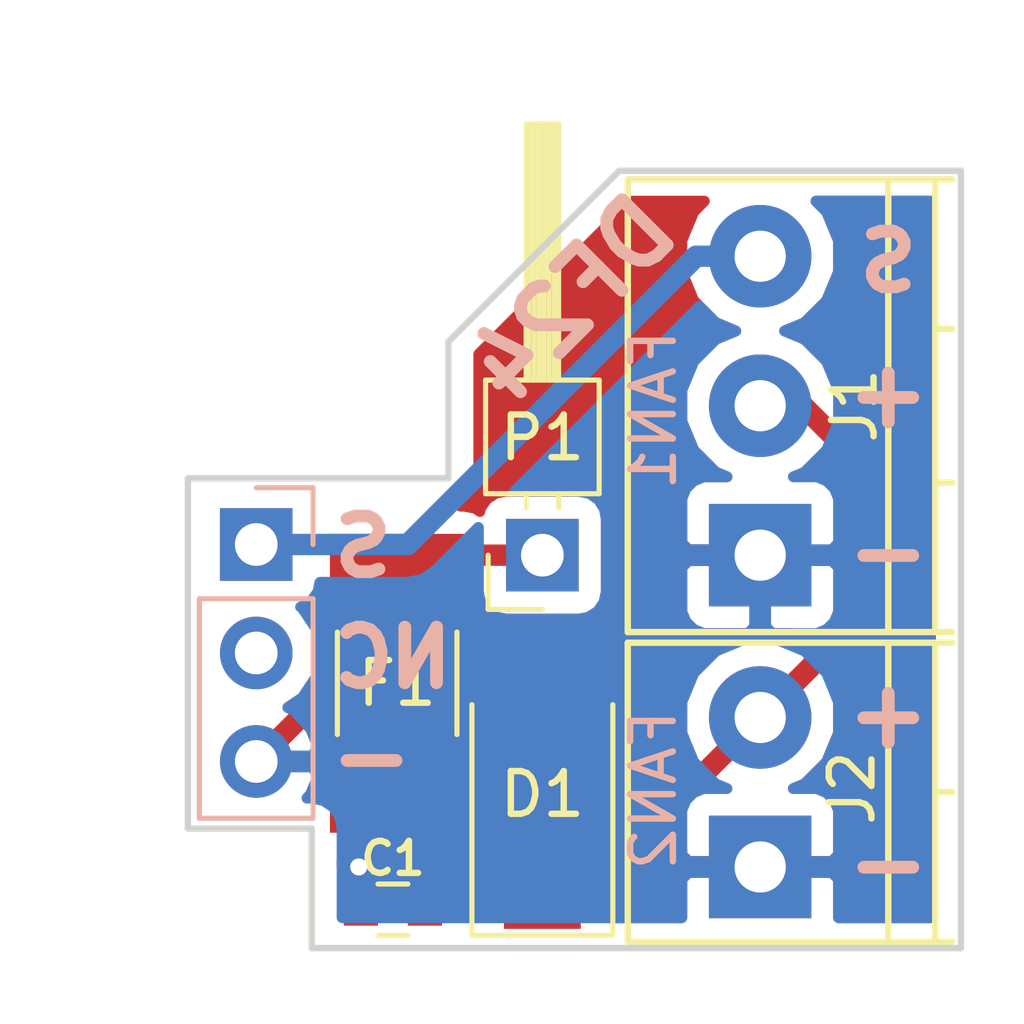
<source format=kicad_pcb>
(kicad_pcb (version 4) (host pcbnew 4.0.5+dfsg1-4)

  (general
    (links 10)
    (no_connects 0)
    (area 118.5 86.5 142.500001 110.500001)
    (thickness 1.6)
    (drawings 19)
    (tracks 31)
    (zones 0)
    (modules 7)
    (nets 6)
  )

  (page A4)
  (layers
    (0 F.Cu signal)
    (31 B.Cu signal)
    (32 B.Adhes user)
    (33 F.Adhes user)
    (34 B.Paste user)
    (35 F.Paste user)
    (36 B.SilkS user)
    (37 F.SilkS user)
    (38 B.Mask user)
    (39 F.Mask user)
    (40 Dwgs.User user)
    (41 Cmts.User user)
    (42 Eco1.User user)
    (43 Eco2.User user)
    (44 Edge.Cuts user)
    (45 Margin user)
    (46 B.CrtYd user)
    (47 F.CrtYd user)
    (48 B.Fab user)
    (49 F.Fab user)
  )

  (setup
    (last_trace_width 0.25)
    (user_trace_width 0.5)
    (user_trace_width 0.75)
    (user_trace_width 1)
    (trace_clearance 0.2)
    (zone_clearance 0.508)
    (zone_45_only no)
    (trace_min 0.2)
    (segment_width 0.2)
    (edge_width 0.15)
    (via_size 0.6)
    (via_drill 0.4)
    (via_min_size 0.4)
    (via_min_drill 0.3)
    (uvia_size 0.3)
    (uvia_drill 0.1)
    (uvias_allowed no)
    (uvia_min_size 0.2)
    (uvia_min_drill 0.1)
    (pcb_text_width 0.3)
    (pcb_text_size 1.5 1.5)
    (mod_edge_width 0.15)
    (mod_text_size 1 1)
    (mod_text_width 0.15)
    (pad_size 1.524 1.524)
    (pad_drill 0.762)
    (pad_to_mask_clearance 0.2)
    (aux_axis_origin 0 0)
    (visible_elements FFFFFF7F)
    (pcbplotparams
      (layerselection 0x010f0_80000001)
      (usegerberextensions false)
      (excludeedgelayer true)
      (linewidth 0.100000)
      (plotframeref false)
      (viasonmask false)
      (mode 1)
      (useauxorigin false)
      (hpglpennumber 1)
      (hpglpenspeed 20)
      (hpglpendiameter 15)
      (hpglpenoverlay 2)
      (psnegative false)
      (psa4output false)
      (plotreference true)
      (plotvalue true)
      (plotinvisibletext false)
      (padsonsilk false)
      (subtractmaskfromsilk false)
      (outputformat 1)
      (mirror false)
      (drillshape 0)
      (scaleselection 1)
      (outputdirectory gerbers/))
  )

  (net 0 "")
  (net 1 GND)
  (net 2 +24V)
  (net 3 "Net-(F1-Pad1)")
  (net 4 "Net-(P2-Pad2)")
  (net 5 "Net-(J1-Pad3)")

  (net_class Default "This is the default net class."
    (clearance 0.2)
    (trace_width 0.25)
    (via_dia 0.6)
    (via_drill 0.4)
    (uvia_dia 0.3)
    (uvia_drill 0.1)
    (add_net +24V)
    (add_net GND)
    (add_net "Net-(F1-Pad1)")
    (add_net "Net-(J1-Pad3)")
    (add_net "Net-(P2-Pad2)")
  )

  (module Capacitors_SMD:C_0603 (layer F.Cu) (tedit 5B6246BD) (tstamp 5B5D0AC7)
    (at 127.7 107.8 180)
    (descr "Capacitor SMD 0603, reflow soldering, AVX (see smccp.pdf)")
    (tags "capacitor 0603")
    (path /5B59F592)
    (attr smd)
    (fp_text reference C1 (at 0 1.2 180) (layer F.SilkS)
      (effects (font (size 0.75 0.75) (thickness 0.15)))
    )
    (fp_text value 100nF (at 0 1.5 180) (layer F.Fab)
      (effects (font (size 1 1) (thickness 0.15)))
    )
    (fp_line (start 1.4 0.65) (end -1.4 0.65) (layer F.CrtYd) (width 0.05))
    (fp_line (start 1.4 0.65) (end 1.4 -0.65) (layer F.CrtYd) (width 0.05))
    (fp_line (start -1.4 -0.65) (end -1.4 0.65) (layer F.CrtYd) (width 0.05))
    (fp_line (start -1.4 -0.65) (end 1.4 -0.65) (layer F.CrtYd) (width 0.05))
    (fp_line (start 0.35 0.6) (end -0.35 0.6) (layer F.SilkS) (width 0.12))
    (fp_line (start -0.35 -0.6) (end 0.35 -0.6) (layer F.SilkS) (width 0.12))
    (fp_line (start -0.8 -0.4) (end 0.8 -0.4) (layer F.Fab) (width 0.1))
    (fp_line (start 0.8 -0.4) (end 0.8 0.4) (layer F.Fab) (width 0.1))
    (fp_line (start 0.8 0.4) (end -0.8 0.4) (layer F.Fab) (width 0.1))
    (fp_line (start -0.8 0.4) (end -0.8 -0.4) (layer F.Fab) (width 0.1))
    (fp_text user %R (at 0 0 180) (layer F.Fab)
      (effects (font (size 0.3 0.3) (thickness 0.075)))
    )
    (pad 2 smd rect (at 0.75 0 180) (size 0.8 0.75) (layers F.Cu F.Paste F.Mask)
      (net 1 GND))
    (pad 1 smd rect (at -0.75 0 180) (size 0.8 0.75) (layers F.Cu F.Paste F.Mask)
      (net 2 +24V))
    (model Capacitors_SMD.3dshapes/C_0603.wrl
      (at (xyz 0 0 0))
      (scale (xyz 1 1 1))
      (rotate (xyz 0 0 0))
    )
  )

  (module Diodes_SMD:D_SMA (layer F.Cu) (tedit 5B6246CA) (tstamp 5B5D0ACD)
    (at 131.2 105 90)
    (descr "Diode SMA (DO-214AC)")
    (tags "Diode SMA (DO-214AC)")
    (path /5B5A2D47)
    (attr smd)
    (fp_text reference D1 (at -0.1 0 180) (layer F.SilkS)
      (effects (font (size 1 1) (thickness 0.15)))
    )
    (fp_text value S1M (at 0 2.6 90) (layer F.Fab)
      (effects (font (size 1 1) (thickness 0.15)))
    )
    (fp_text user %R (at 0 -2.5 90) (layer F.Fab)
      (effects (font (size 1 1) (thickness 0.15)))
    )
    (fp_line (start -3.4 -1.65) (end -3.4 1.65) (layer F.SilkS) (width 0.12))
    (fp_line (start 2.3 1.5) (end -2.3 1.5) (layer F.Fab) (width 0.1))
    (fp_line (start -2.3 1.5) (end -2.3 -1.5) (layer F.Fab) (width 0.1))
    (fp_line (start 2.3 -1.5) (end 2.3 1.5) (layer F.Fab) (width 0.1))
    (fp_line (start 2.3 -1.5) (end -2.3 -1.5) (layer F.Fab) (width 0.1))
    (fp_line (start -3.5 -1.75) (end 3.5 -1.75) (layer F.CrtYd) (width 0.05))
    (fp_line (start 3.5 -1.75) (end 3.5 1.75) (layer F.CrtYd) (width 0.05))
    (fp_line (start 3.5 1.75) (end -3.5 1.75) (layer F.CrtYd) (width 0.05))
    (fp_line (start -3.5 1.75) (end -3.5 -1.75) (layer F.CrtYd) (width 0.05))
    (fp_line (start -0.64944 0.00102) (end -1.55114 0.00102) (layer F.Fab) (width 0.1))
    (fp_line (start 0.50118 0.00102) (end 1.4994 0.00102) (layer F.Fab) (width 0.1))
    (fp_line (start -0.64944 -0.79908) (end -0.64944 0.80112) (layer F.Fab) (width 0.1))
    (fp_line (start 0.50118 0.75032) (end 0.50118 -0.79908) (layer F.Fab) (width 0.1))
    (fp_line (start -0.64944 0.00102) (end 0.50118 0.75032) (layer F.Fab) (width 0.1))
    (fp_line (start -0.64944 0.00102) (end 0.50118 -0.79908) (layer F.Fab) (width 0.1))
    (fp_line (start -3.4 1.65) (end 2 1.65) (layer F.SilkS) (width 0.12))
    (fp_line (start -3.4 -1.65) (end 2 -1.65) (layer F.SilkS) (width 0.12))
    (pad 1 smd rect (at -2 0 90) (size 2.5 1.8) (layers F.Cu F.Paste F.Mask)
      (net 2 +24V))
    (pad 2 smd rect (at 2 0 90) (size 2.5 1.8) (layers F.Cu F.Paste F.Mask)
      (net 1 GND))
    (model ${KISYS3DMOD}/Diodes_SMD.3dshapes/D_SMA.wrl
      (at (xyz 0 0 0))
      (scale (xyz 1 1 1))
      (rotate (xyz 0 0 0))
    )
  )

  (module Fuse_Holders_and_Fuses:Fuse_CB61F (layer F.Cu) (tedit 5B5DC07D) (tstamp 5B5D0AD3)
    (at 127.8 102.5 270)
    (descr "CB61F Series")
    (tags Fuse)
    (path /5B59F786)
    (attr smd)
    (fp_text reference F1 (at 0 0 360) (layer F.SilkS)
      (effects (font (size 1 1) (thickness 0.15)))
    )
    (fp_text value 250mA (at 0 2.6 270) (layer F.Fab)
      (effects (font (size 1 1) (thickness 0.15)))
    )
    (fp_line (start -3.75 1.85) (end -3.75 -1.85) (layer F.CrtYd) (width 0.05))
    (fp_line (start 3.75 1.85) (end -3.75 1.85) (layer F.CrtYd) (width 0.05))
    (fp_line (start 3.75 -1.85) (end 3.75 1.85) (layer F.CrtYd) (width 0.05))
    (fp_line (start -3.75 -1.85) (end 3.75 -1.85) (layer F.CrtYd) (width 0.05))
    (fp_line (start -1.2 1.4) (end 1.2 1.4) (layer F.SilkS) (width 0.12))
    (fp_line (start -1.2 -1.4) (end 1.2 -1.4) (layer F.SilkS) (width 0.12))
    (fp_line (start -3.05 1.28) (end -3.05 -1.28) (layer F.Fab) (width 0.1))
    (fp_line (start 3.05 1.28) (end -3.05 1.28) (layer F.Fab) (width 0.1))
    (fp_line (start 3.05 -1.28) (end 3.05 1.28) (layer F.Fab) (width 0.1))
    (fp_line (start -3.05 -1.28) (end 3.05 -1.28) (layer F.Fab) (width 0.1))
    (pad 1 smd rect (at -2.5 0 270) (size 2 3.15) (layers F.Cu F.Paste F.Mask)
      (net 3 "Net-(F1-Pad1)"))
    (pad 2 smd rect (at 2.5 0 270) (size 2 3.15) (layers F.Cu F.Paste F.Mask)
      (net 2 +24V))
  )

  (module Connectors_Terminal_Blocks:TerminalBlock_Pheonix_PT-3.5mm_2pol (layer F.Cu) (tedit 5B6249A0) (tstamp 5B5D0ADF)
    (at 136.3 106.8 90)
    (descr "2-way 3.5mm pitch terminal block, Phoenix PT series")
    (path /5B59EED7)
    (fp_text reference J2 (at 1.85 2.15 90) (layer F.SilkS)
      (effects (font (size 1 1) (thickness 0.15)))
    )
    (fp_text value FAN2 (at 1.8 -2.5 90) (layer B.SilkS)
      (effects (font (size 1 1) (thickness 0.15)) (justify mirror))
    )
    (fp_line (start -1.9 -3.3) (end 5.4 -3.3) (layer F.CrtYd) (width 0.05))
    (fp_line (start -1.9 4.7) (end -1.9 -3.3) (layer F.CrtYd) (width 0.05))
    (fp_line (start 5.4 4.7) (end -1.9 4.7) (layer F.CrtYd) (width 0.05))
    (fp_line (start 5.4 -3.3) (end 5.4 4.7) (layer F.CrtYd) (width 0.05))
    (fp_line (start 1.75 4.1) (end 1.75 4.5) (layer F.SilkS) (width 0.15))
    (fp_line (start -1.75 3) (end 5.25 3) (layer F.SilkS) (width 0.15))
    (fp_line (start -1.75 4.1) (end 5.25 4.1) (layer F.SilkS) (width 0.15))
    (fp_line (start -1.75 -3.1) (end -1.75 4.5) (layer F.SilkS) (width 0.15))
    (fp_line (start 5.25 4.5) (end 5.25 -3.1) (layer F.SilkS) (width 0.15))
    (fp_line (start 5.25 -3.1) (end -1.75 -3.1) (layer F.SilkS) (width 0.15))
    (pad 2 thru_hole circle (at 3.5 0 90) (size 2.4 2.4) (drill 1.2) (layers *.Cu *.Mask)
      (net 2 +24V))
    (pad 1 thru_hole rect (at 0 0 90) (size 2.4 2.4) (drill 1.2) (layers *.Cu *.Mask)
      (net 1 GND))
    (model Terminal_Blocks.3dshapes/TerminalBlock_Pheonix_PT-3.5mm_2pol.wrl
      (at (xyz 0 0 0))
      (scale (xyz 1 1 1))
      (rotate (xyz 0 0 0))
    )
  )

  (module Pin_Headers:Pin_Header_Angled_1x01_Pitch2.54mm (layer F.Cu) (tedit 5B5DC0A4) (tstamp 5B5D0AE4)
    (at 131.2 99.5 90)
    (descr "Through hole angled pin header, 1x01, 2.54mm pitch, 6mm pin length, single row")
    (tags "Through hole angled pin header THT 1x01 2.54mm single row")
    (path /5B5A17D2)
    (fp_text reference P1 (at 2.75 0 180) (layer F.SilkS)
      (effects (font (size 1 1) (thickness 0.15)))
    )
    (fp_text value POWER_IN (at 4.385 2.27 90) (layer F.Fab)
      (effects (font (size 1 1) (thickness 0.15)))
    )
    (fp_line (start 2.135 -1.27) (end 4.04 -1.27) (layer F.Fab) (width 0.1))
    (fp_line (start 4.04 -1.27) (end 4.04 1.27) (layer F.Fab) (width 0.1))
    (fp_line (start 4.04 1.27) (end 1.5 1.27) (layer F.Fab) (width 0.1))
    (fp_line (start 1.5 1.27) (end 1.5 -0.635) (layer F.Fab) (width 0.1))
    (fp_line (start 1.5 -0.635) (end 2.135 -1.27) (layer F.Fab) (width 0.1))
    (fp_line (start -0.32 -0.32) (end 1.5 -0.32) (layer F.Fab) (width 0.1))
    (fp_line (start -0.32 -0.32) (end -0.32 0.32) (layer F.Fab) (width 0.1))
    (fp_line (start -0.32 0.32) (end 1.5 0.32) (layer F.Fab) (width 0.1))
    (fp_line (start 4.04 -0.32) (end 10.04 -0.32) (layer F.Fab) (width 0.1))
    (fp_line (start 10.04 -0.32) (end 10.04 0.32) (layer F.Fab) (width 0.1))
    (fp_line (start 4.04 0.32) (end 10.04 0.32) (layer F.Fab) (width 0.1))
    (fp_line (start 1.44 -1.33) (end 1.44 1.33) (layer F.SilkS) (width 0.12))
    (fp_line (start 1.44 1.33) (end 4.1 1.33) (layer F.SilkS) (width 0.12))
    (fp_line (start 4.1 1.33) (end 4.1 -1.33) (layer F.SilkS) (width 0.12))
    (fp_line (start 4.1 -1.33) (end 1.44 -1.33) (layer F.SilkS) (width 0.12))
    (fp_line (start 4.1 -0.38) (end 10.1 -0.38) (layer F.SilkS) (width 0.12))
    (fp_line (start 10.1 -0.38) (end 10.1 0.38) (layer F.SilkS) (width 0.12))
    (fp_line (start 10.1 0.38) (end 4.1 0.38) (layer F.SilkS) (width 0.12))
    (fp_line (start 4.1 -0.32) (end 10.1 -0.32) (layer F.SilkS) (width 0.12))
    (fp_line (start 4.1 -0.2) (end 10.1 -0.2) (layer F.SilkS) (width 0.12))
    (fp_line (start 4.1 -0.08) (end 10.1 -0.08) (layer F.SilkS) (width 0.12))
    (fp_line (start 4.1 0.04) (end 10.1 0.04) (layer F.SilkS) (width 0.12))
    (fp_line (start 4.1 0.16) (end 10.1 0.16) (layer F.SilkS) (width 0.12))
    (fp_line (start 4.1 0.28) (end 10.1 0.28) (layer F.SilkS) (width 0.12))
    (fp_line (start 1.11 -0.38) (end 1.44 -0.38) (layer F.SilkS) (width 0.12))
    (fp_line (start 1.11 0.38) (end 1.44 0.38) (layer F.SilkS) (width 0.12))
    (fp_line (start -1.27 0) (end -1.27 -1.27) (layer F.SilkS) (width 0.12))
    (fp_line (start -1.27 -1.27) (end 0 -1.27) (layer F.SilkS) (width 0.12))
    (fp_line (start -1.8 -1.8) (end -1.8 1.8) (layer F.CrtYd) (width 0.05))
    (fp_line (start -1.8 1.8) (end 10.55 1.8) (layer F.CrtYd) (width 0.05))
    (fp_line (start 10.55 1.8) (end 10.55 -1.8) (layer F.CrtYd) (width 0.05))
    (fp_line (start 10.55 -1.8) (end -1.8 -1.8) (layer F.CrtYd) (width 0.05))
    (fp_text user %R (at 2.77 0 180) (layer F.Fab)
      (effects (font (size 1 1) (thickness 0.15)))
    )
    (pad 1 thru_hole rect (at 0 0 90) (size 1.7 1.7) (drill 1) (layers *.Cu *.Mask)
      (net 3 "Net-(F1-Pad1)"))
    (model ${KISYS3DMOD}/Pin_Headers.3dshapes/Pin_Header_Angled_1x01_Pitch2.54mm.wrl
      (at (xyz 0 0 0))
      (scale (xyz 1 1 1))
      (rotate (xyz 0 0 0))
    )
  )

  (module Pin_Headers:Pin_Header_Straight_1x03_Pitch2.54mm (layer B.Cu) (tedit 5B5DD572) (tstamp 5B5D0AEB)
    (at 124.5 99.25 180)
    (descr "Through hole straight pin header, 1x03, 2.54mm pitch, single row")
    (tags "Through hole pin header THT 1x03 2.54mm single row")
    (path /5B59ED54)
    (fp_text reference P2 (at -4.75 -2.8 270) (layer B.SilkS) hide
      (effects (font (size 1 1) (thickness 0.15)) (justify mirror))
    )
    (fp_text value FAN_IN (at 0 -7.41 180) (layer B.Fab)
      (effects (font (size 1 1) (thickness 0.15)) (justify mirror))
    )
    (fp_line (start -0.635 1.27) (end 1.27 1.27) (layer B.Fab) (width 0.1))
    (fp_line (start 1.27 1.27) (end 1.27 -6.35) (layer B.Fab) (width 0.1))
    (fp_line (start 1.27 -6.35) (end -1.27 -6.35) (layer B.Fab) (width 0.1))
    (fp_line (start -1.27 -6.35) (end -1.27 0.635) (layer B.Fab) (width 0.1))
    (fp_line (start -1.27 0.635) (end -0.635 1.27) (layer B.Fab) (width 0.1))
    (fp_line (start -1.33 -6.41) (end 1.33 -6.41) (layer B.SilkS) (width 0.12))
    (fp_line (start -1.33 -1.27) (end -1.33 -6.41) (layer B.SilkS) (width 0.12))
    (fp_line (start 1.33 -1.27) (end 1.33 -6.41) (layer B.SilkS) (width 0.12))
    (fp_line (start -1.33 -1.27) (end 1.33 -1.27) (layer B.SilkS) (width 0.12))
    (fp_line (start -1.33 0) (end -1.33 1.33) (layer B.SilkS) (width 0.12))
    (fp_line (start -1.33 1.33) (end 0 1.33) (layer B.SilkS) (width 0.12))
    (fp_line (start -1.8 1.8) (end -1.8 -6.85) (layer B.CrtYd) (width 0.05))
    (fp_line (start -1.8 -6.85) (end 1.8 -6.85) (layer B.CrtYd) (width 0.05))
    (fp_line (start 1.8 -6.85) (end 1.8 1.8) (layer B.CrtYd) (width 0.05))
    (fp_line (start 1.8 1.8) (end -1.8 1.8) (layer B.CrtYd) (width 0.05))
    (fp_text user %R (at 0 -2.54 450) (layer B.Fab)
      (effects (font (size 1 1) (thickness 0.15)) (justify mirror))
    )
    (pad 1 thru_hole rect (at 0 0 180) (size 1.7 1.7) (drill 1) (layers *.Cu *.Mask)
      (net 5 "Net-(J1-Pad3)"))
    (pad 2 thru_hole oval (at 0 -2.54 180) (size 1.7 1.7) (drill 1) (layers *.Cu *.Mask)
      (net 4 "Net-(P2-Pad2)"))
    (pad 3 thru_hole oval (at 0 -5.08 180) (size 1.7 1.7) (drill 1) (layers *.Cu *.Mask)
      (net 1 GND))
    (model ${KISYS3DMOD}/Pin_Headers.3dshapes/Pin_Header_Straight_1x03_Pitch2.54mm.wrl
      (at (xyz 0 0 0))
      (scale (xyz 1 1 1))
      (rotate (xyz 0 0 0))
    )
  )

  (module Connectors_Terminal_Blocks:TerminalBlock_Pheonix_PT-3.5mm_3pol (layer F.Cu) (tedit 5B6249A6) (tstamp 5B6241E6)
    (at 136.3 99.5 90)
    (descr "3-way 3.5mm pitch terminal block, Phoenix PT series")
    (path /5B624419)
    (fp_text reference J1 (at 3.5 2.2 90) (layer F.SilkS)
      (effects (font (size 1 1) (thickness 0.15)))
    )
    (fp_text value FAN1 (at 3.4 -2.5 90) (layer B.SilkS)
      (effects (font (size 1 1) (thickness 0.15)) (justify mirror))
    )
    (fp_line (start -2 -3.3) (end 9 -3.3) (layer F.CrtYd) (width 0.05))
    (fp_line (start -2 4.7) (end -2 -3.3) (layer F.CrtYd) (width 0.05))
    (fp_line (start 9 4.7) (end -2 4.7) (layer F.CrtYd) (width 0.05))
    (fp_line (start 9 -3.3) (end 9 4.7) (layer F.CrtYd) (width 0.05))
    (fp_line (start 1.7 4.1) (end 1.7 4.5) (layer F.SilkS) (width 0.15))
    (fp_line (start 5.3 4.1) (end 5.3 4.5) (layer F.SilkS) (width 0.15))
    (fp_line (start -1.8 3) (end 8.8 3) (layer F.SilkS) (width 0.15))
    (fp_line (start -1.8 4.1) (end 8.8 4.1) (layer F.SilkS) (width 0.15))
    (fp_line (start -1.8 -3.1) (end -1.8 4.5) (layer F.SilkS) (width 0.15))
    (fp_line (start 8.8 4.5) (end 8.8 -3.1) (layer F.SilkS) (width 0.15))
    (fp_line (start 8.8 -3.1) (end -1.8 -3.1) (layer F.SilkS) (width 0.15))
    (pad 2 thru_hole circle (at 3.5 0 90) (size 2.4 2.4) (drill 1.2) (layers *.Cu *.Mask)
      (net 2 +24V))
    (pad 3 thru_hole circle (at 7 0 90) (size 2.4 2.4) (drill 1.2) (layers *.Cu *.Mask)
      (net 5 "Net-(J1-Pad3)"))
    (pad 1 thru_hole rect (at 0 0 90) (size 2.4 2.4) (drill 1.2) (layers *.Cu *.Mask)
      (net 1 GND))
    (model Terminal_Blocks.3dshapes/TerminalBlock_Pheonix_PT-3.5mm_3pol.wrl
      (at (xyz 0 0 0))
      (scale (xyz 1 1 1))
      (rotate (xyz 0 0 0))
    )
  )

  (gr_text S (at 139.3 92.5 180) (layer B.SilkS)
    (effects (font (size 1.3 1.3) (thickness 0.3)) (justify mirror))
  )
  (gr_text S (at 127 99.3) (layer B.SilkS)
    (effects (font (size 1.3 1.3) (thickness 0.3)) (justify mirror))
  )
  (gr_line (start 133 90.5) (end 141 90.5) (angle 90) (layer Edge.Cuts) (width 0.15))
  (gr_line (start 129 94.5) (end 129 97.7) (angle 90) (layer Edge.Cuts) (width 0.15))
  (gr_line (start 133 90.5) (end 129 94.5) (angle 90) (layer Edge.Cuts) (width 0.15))
  (gr_line (start 122.9 97.7) (end 129 97.7) (angle 90) (layer Edge.Cuts) (width 0.15))
  (gr_line (start 141 90.5) (end 141 108.7) (angle 90) (layer Edge.Cuts) (width 0.15))
  (gr_line (start 125.8 108.7) (end 141 108.7) (angle 90) (layer Edge.Cuts) (width 0.15))
  (gr_line (start 125.8 105.9) (end 125.8 108.7) (angle 90) (layer Edge.Cuts) (width 0.15))
  (gr_line (start 125.5 105.9) (end 125.8 105.9) (angle 90) (layer Edge.Cuts) (width 0.15))
  (gr_line (start 122.9 105.9) (end 125.5 105.9) (angle 90) (layer Edge.Cuts) (width 0.15))
  (gr_line (start 122.9 97.7) (end 122.9 105.9) (angle 90) (layer Edge.Cuts) (width 0.15))
  (gr_text - (at 139.3 99.4) (layer B.SilkS)
    (effects (font (size 1.5 1.5) (thickness 0.3)) (justify mirror))
  )
  (gr_text - (at 139.3 106.7) (layer B.SilkS)
    (effects (font (size 1.5 1.5) (thickness 0.3)) (justify mirror))
  )
  (gr_text + (at 139.3 95.7) (layer B.SilkS)
    (effects (font (size 1.5 1.5) (thickness 0.3)) (justify mirror))
  )
  (gr_text + (at 139.3 103.2) (layer B.SilkS)
    (effects (font (size 1.5 1.5) (thickness 0.3)) (justify mirror))
  )
  (gr_text NC (at 127.7 101.9) (layer B.SilkS)
    (effects (font (size 1.3 1.3) (thickness 0.3)) (justify mirror))
  )
  (gr_text - (at 127.2 104.2) (layer B.SilkS)
    (effects (font (size 1.5 1.5) (thickness 0.3)) (justify mirror))
  )
  (gr_text DF24 (at 131.9 93.5 45) (layer B.SilkS)
    (effects (font (size 1.5 1.5) (thickness 0.3)) (justify mirror))
  )

  (segment (start 124.5 104.33) (end 126.03 104.33) (width 0.5) (layer B.Cu) (net 1))
  (segment (start 126.95 106.85) (end 126.95 107.8) (width 0.5) (layer F.Cu) (net 1) (tstamp 5B624877))
  (segment (start 126.9 106.8) (end 126.95 106.85) (width 0.5) (layer F.Cu) (net 1) (tstamp 5B624876))
  (via (at 126.9 106.8) (size 0.6) (drill 0.4) (layers F.Cu B.Cu) (net 1))
  (segment (start 126.9 105.2) (end 126.9 106.8) (width 0.5) (layer B.Cu) (net 1) (tstamp 5B62486B))
  (segment (start 126.03 104.33) (end 126.9 105.2) (width 0.5) (layer B.Cu) (net 1) (tstamp 5B62485B))
  (segment (start 131.2 103) (end 125.83 103) (width 0.5) (layer F.Cu) (net 1))
  (segment (start 125.83 103) (end 124.5 104.33) (width 0.5) (layer F.Cu) (net 1) (tstamp 5B6248C7))
  (segment (start 126.95 107.8) (end 126.9 107.75) (width 0.5) (layer F.Cu) (net 1))
  (segment (start 136.3 99.5) (end 135.4 99.5) (width 0.5) (layer F.Cu) (net 1))
  (segment (start 136.3 106.6) (end 136.3 106.8) (width 0.5) (layer B.Cu) (net 1) (tstamp 5B620FE4))
  (segment (start 130.75 103.75) (end 131.5 103) (width 0.5) (layer F.Cu) (net 1) (tstamp 5B5DBC68))
  (segment (start 128.45 107.8) (end 130.4 107.8) (width 0.5) (layer F.Cu) (net 2))
  (segment (start 130.4 107.8) (end 131.2 107) (width 0.5) (layer F.Cu) (net 2) (tstamp 5B624B5F))
  (segment (start 127.8 105) (end 128.45 105.65) (width 0.5) (layer F.Cu) (net 2))
  (segment (start 128.45 105.65) (end 128.45 107.8) (width 0.5) (layer F.Cu) (net 2) (tstamp 5B6246A5))
  (segment (start 130.8 107.4) (end 131.2 107) (width 0.5) (layer F.Cu) (net 2) (tstamp 5B6243AA))
  (segment (start 128.5 105.7) (end 127.8 105) (width 0.5) (layer F.Cu) (net 2) (tstamp 5B624385))
  (segment (start 131.2 107) (end 132.6 107) (width 0.5) (layer F.Cu) (net 2))
  (segment (start 132.6 107) (end 136.3 103.3) (width 0.5) (layer F.Cu) (net 2) (tstamp 5B620FAB))
  (segment (start 136.3 96) (end 137.3 96) (width 0.5) (layer F.Cu) (net 2))
  (segment (start 137.3 96) (end 138.5 97.2) (width 0.5) (layer F.Cu) (net 2) (tstamp 5B620F8C))
  (segment (start 138.5 101.1) (end 136.3 103.3) (width 0.5) (layer F.Cu) (net 2) (tstamp 5B620F92))
  (segment (start 138.5 97.2) (end 138.5 101.1) (width 0.5) (layer F.Cu) (net 2) (tstamp 5B620F8F))
  (segment (start 135.8 95.5) (end 136.3 96) (width 0.5) (layer F.Cu) (net 2) (tstamp 5B620F89))
  (segment (start 135.8 95.5) (end 136.3 96) (width 0.5) (layer F.Cu) (net 2) (tstamp 5B620F83))
  (segment (start 131.2 99.5) (end 128.3 99.5) (width 0.5) (layer F.Cu) (net 3))
  (segment (start 128.3 99.5) (end 127.8 100) (width 0.5) (layer F.Cu) (net 3) (tstamp 5B624381))
  (segment (start 124.5 99.25) (end 128.05 99.25) (width 0.5) (layer B.Cu) (net 5))
  (segment (start 134.8 92.5) (end 136.3 92.5) (width 0.5) (layer B.Cu) (net 5) (tstamp 5B62429A))
  (segment (start 128.05 99.25) (end 134.8 92.5) (width 0.5) (layer B.Cu) (net 5) (tstamp 5B624292))

  (zone (net 1) (net_name GND) (layer F.Cu) (tstamp 5B5DBE5C) (hatch edge 0.508)
    (connect_pads (clearance 0.508))
    (min_thickness 0.254)
    (fill yes (arc_segments 16) (thermal_gap 0.508) (thermal_bridge_width 0.508))
    (polygon
      (pts
        (xy 142.5 110.5) (xy 118.5 110.5) (xy 118.5 86.5) (xy 142.5 86.5)
      )
    )
    (filled_polygon
      (pts
        (xy 140.29 107.99) (xy 138.135 107.99) (xy 138.135 107.08575) (xy 137.97625 106.927) (xy 136.427 106.927)
        (xy 136.427 106.947) (xy 136.173 106.947) (xy 136.173 106.927) (xy 134.62375 106.927) (xy 134.465 107.08575)
        (xy 134.465 107.99) (xy 132.74744 107.99) (xy 132.74744 107.855673) (xy 132.882484 107.82881) (xy 132.938675 107.817633)
        (xy 133.22579 107.62579) (xy 134.465 106.38658) (xy 134.465 106.51425) (xy 134.62375 106.673) (xy 136.173 106.673)
        (xy 136.173 106.653) (xy 136.427 106.653) (xy 136.427 106.673) (xy 137.97625 106.673) (xy 138.135 106.51425)
        (xy 138.135 105.473691) (xy 138.038327 105.240302) (xy 137.859699 105.061673) (xy 137.62631 104.965) (xy 137.075605 104.965)
        (xy 137.338086 104.856545) (xy 137.85473 104.340801) (xy 138.134681 103.666605) (xy 138.135318 102.936597) (xy 138.070896 102.780684)
        (xy 139.125787 101.725792) (xy 139.12579 101.72579) (xy 139.317633 101.438675) (xy 139.32881 101.382484) (xy 139.385001 101.1)
        (xy 139.385 101.099995) (xy 139.385 97.200005) (xy 139.385001 97.2) (xy 139.317633 96.861325) (xy 139.160254 96.62579)
        (xy 139.12579 96.57421) (xy 139.125787 96.574208) (xy 138.098098 95.546519) (xy 137.856545 94.961914) (xy 137.340801 94.44527)
        (xy 136.870215 94.249865) (xy 137.338086 94.056545) (xy 137.85473 93.540801) (xy 138.134681 92.866605) (xy 138.135318 92.136597)
        (xy 137.856545 91.461914) (xy 137.60507 91.21) (xy 140.29 91.21)
      )
    )
    (filled_polygon
      (pts
        (xy 127.565 106.826737) (xy 127.476309 106.79) (xy 127.23575 106.79) (xy 127.077 106.94875) (xy 127.077 107.673)
        (xy 127.097 107.673) (xy 127.097 107.927) (xy 127.077 107.927) (xy 127.077 107.947) (xy 126.823 107.947)
        (xy 126.823 107.927) (xy 126.803 107.927) (xy 126.803 107.673) (xy 126.823 107.673) (xy 126.823 106.94875)
        (xy 126.66425 106.79) (xy 126.51 106.79) (xy 126.51 106.64744) (xy 127.565 106.64744)
      )
    )
    (filled_polygon
      (pts
        (xy 134.74527 91.459199) (xy 134.465319 92.133395) (xy 134.464682 92.863403) (xy 134.743455 93.538086) (xy 135.259199 94.05473)
        (xy 135.729785 94.250135) (xy 135.261914 94.443455) (xy 134.74527 94.959199) (xy 134.465319 95.633395) (xy 134.464682 96.363403)
        (xy 134.743455 97.038086) (xy 135.259199 97.55473) (xy 135.524758 97.665) (xy 134.97369 97.665) (xy 134.740301 97.761673)
        (xy 134.561673 97.940302) (xy 134.465 98.173691) (xy 134.465 99.21425) (xy 134.62375 99.373) (xy 136.173 99.373)
        (xy 136.173 99.353) (xy 136.427 99.353) (xy 136.427 99.373) (xy 136.447 99.373) (xy 136.447 99.627)
        (xy 136.427 99.627) (xy 136.427 101.17625) (xy 136.58575 101.335) (xy 137.013421 101.335) (xy 136.81958 101.52884)
        (xy 136.666605 101.465319) (xy 135.936597 101.464682) (xy 135.261914 101.743455) (xy 134.74527 102.259199) (xy 134.465319 102.933395)
        (xy 134.464682 103.663403) (xy 134.529104 103.819317) (xy 132.723841 105.62458) (xy 132.703162 105.514683) (xy 132.56409 105.298559)
        (xy 132.35189 105.153569) (xy 132.1 105.10256) (xy 130.3 105.10256) (xy 130.064683 105.146838) (xy 130.02244 105.174021)
        (xy 130.02244 104.82235) (xy 130.17369 104.885) (xy 130.91425 104.885) (xy 131.073 104.72625) (xy 131.073 103.127)
        (xy 131.327 103.127) (xy 131.327 104.72625) (xy 131.48575 104.885) (xy 132.22631 104.885) (xy 132.459699 104.788327)
        (xy 132.638327 104.609698) (xy 132.735 104.376309) (xy 132.735 103.28575) (xy 132.57625 103.127) (xy 131.327 103.127)
        (xy 131.073 103.127) (xy 129.82375 103.127) (xy 129.665 103.28575) (xy 129.665 103.429608) (xy 129.62689 103.403569)
        (xy 129.375 103.35256) (xy 126.225 103.35256) (xy 125.989683 103.396838) (xy 125.773559 103.53591) (xy 125.762131 103.552636)
        (xy 125.381358 103.134817) (xy 125.238447 103.067702) (xy 125.579147 102.840054) (xy 125.901054 102.358285) (xy 126.014093 101.79)
        (xy 125.975694 101.596954) (xy 126.225 101.64744) (xy 129.375 101.64744) (xy 129.610317 101.603162) (xy 129.696465 101.547727)
        (xy 129.665 101.623691) (xy 129.665 102.71425) (xy 129.82375 102.873) (xy 131.073 102.873) (xy 131.073 101.27375)
        (xy 131.327 101.27375) (xy 131.327 102.873) (xy 132.57625 102.873) (xy 132.735 102.71425) (xy 132.735 101.623691)
        (xy 132.638327 101.390302) (xy 132.459699 101.211673) (xy 132.22631 101.115) (xy 131.48575 101.115) (xy 131.327 101.27375)
        (xy 131.073 101.27375) (xy 130.91425 101.115) (xy 130.17369 101.115) (xy 129.983171 101.193916) (xy 130.02244 101)
        (xy 130.02244 100.894728) (xy 130.09811 100.946431) (xy 130.35 100.99744) (xy 132.05 100.99744) (xy 132.285317 100.953162)
        (xy 132.501441 100.81409) (xy 132.646431 100.60189) (xy 132.69744 100.35) (xy 132.69744 99.78575) (xy 134.465 99.78575)
        (xy 134.465 100.826309) (xy 134.561673 101.059698) (xy 134.740301 101.238327) (xy 134.97369 101.335) (xy 136.01425 101.335)
        (xy 136.173 101.17625) (xy 136.173 99.627) (xy 134.62375 99.627) (xy 134.465 99.78575) (xy 132.69744 99.78575)
        (xy 132.69744 98.65) (xy 132.653162 98.414683) (xy 132.51409 98.198559) (xy 132.30189 98.053569) (xy 132.05 98.00256)
        (xy 130.35 98.00256) (xy 130.114683 98.046838) (xy 129.898559 98.18591) (xy 129.753569 98.39811) (xy 129.7372 98.478941)
        (xy 129.62689 98.403569) (xy 129.375 98.35256) (xy 129.276785 98.35256) (xy 129.502046 98.202046) (xy 129.655954 97.971705)
        (xy 129.71 97.7) (xy 129.71 94.794092) (xy 133.294092 91.21) (xy 134.994904 91.21)
      )
    )
    (filled_polygon
      (pts
        (xy 124.627 104.203) (xy 124.647 104.203) (xy 124.647 104.457) (xy 124.627 104.457) (xy 124.627 104.477)
        (xy 124.373 104.477) (xy 124.373 104.457) (xy 124.353 104.457) (xy 124.353 104.203) (xy 124.373 104.203)
        (xy 124.373 104.183) (xy 124.627 104.183)
      )
    )
  )
  (zone (net 1) (net_name GND) (layer B.Cu) (tstamp 5B5DBF53) (hatch edge 0.508)
    (connect_pads (clearance 0.508))
    (min_thickness 0.254)
    (fill yes (arc_segments 16) (thermal_gap 0.508) (thermal_bridge_width 0.508))
    (polygon
      (pts
        (xy 142.5 110.5) (xy 118.5 110.5) (xy 118.5 86.5) (xy 142.5 86.5)
      )
    )
    (filled_polygon
      (pts
        (xy 140.29 107.99) (xy 138.135 107.99) (xy 138.135 107.08575) (xy 137.97625 106.927) (xy 136.427 106.927)
        (xy 136.427 106.947) (xy 136.173 106.947) (xy 136.173 106.927) (xy 134.62375 106.927) (xy 134.465 107.08575)
        (xy 134.465 107.99) (xy 126.51 107.99) (xy 126.51 105.9) (xy 126.455954 105.628295) (xy 126.302046 105.397954)
        (xy 126.071705 105.244046) (xy 125.8 105.19) (xy 125.686822 105.19) (xy 125.771645 105.096924) (xy 125.941476 104.68689)
        (xy 125.820155 104.457) (xy 124.627 104.457) (xy 124.627 104.477) (xy 124.373 104.477) (xy 124.373 104.457)
        (xy 124.353 104.457) (xy 124.353 104.203) (xy 124.373 104.203) (xy 124.373 104.183) (xy 124.627 104.183)
        (xy 124.627 104.203) (xy 125.820155 104.203) (xy 125.941476 103.97311) (xy 125.8132 103.663403) (xy 134.464682 103.663403)
        (xy 134.743455 104.338086) (xy 135.259199 104.85473) (xy 135.524758 104.965) (xy 134.97369 104.965) (xy 134.740301 105.061673)
        (xy 134.561673 105.240302) (xy 134.465 105.473691) (xy 134.465 106.51425) (xy 134.62375 106.673) (xy 136.173 106.673)
        (xy 136.173 106.653) (xy 136.427 106.653) (xy 136.427 106.673) (xy 137.97625 106.673) (xy 138.135 106.51425)
        (xy 138.135 105.473691) (xy 138.038327 105.240302) (xy 137.859699 105.061673) (xy 137.62631 104.965) (xy 137.075605 104.965)
        (xy 137.338086 104.856545) (xy 137.85473 104.340801) (xy 138.134681 103.666605) (xy 138.135318 102.936597) (xy 137.856545 102.261914)
        (xy 137.340801 101.74527) (xy 136.666605 101.465319) (xy 135.936597 101.464682) (xy 135.261914 101.743455) (xy 134.74527 102.259199)
        (xy 134.465319 102.933395) (xy 134.464682 103.663403) (xy 125.8132 103.663403) (xy 125.771645 103.563076) (xy 125.381358 103.134817)
        (xy 125.238447 103.067702) (xy 125.579147 102.840054) (xy 125.901054 102.358285) (xy 126.014093 101.79) (xy 125.901054 101.221715)
        (xy 125.579147 100.739946) (xy 125.537548 100.71215) (xy 125.585317 100.703162) (xy 125.801441 100.56409) (xy 125.946431 100.35189)
        (xy 125.990352 100.135) (xy 128.049995 100.135) (xy 128.05 100.135001) (xy 128.332484 100.07881) (xy 128.388675 100.067633)
        (xy 128.67579 99.87579) (xy 129.70256 98.84902) (xy 129.70256 100.35) (xy 129.746838 100.585317) (xy 129.88591 100.801441)
        (xy 130.09811 100.946431) (xy 130.35 100.99744) (xy 132.05 100.99744) (xy 132.285317 100.953162) (xy 132.501441 100.81409)
        (xy 132.646431 100.60189) (xy 132.69744 100.35) (xy 132.69744 99.78575) (xy 134.465 99.78575) (xy 134.465 100.826309)
        (xy 134.561673 101.059698) (xy 134.740301 101.238327) (xy 134.97369 101.335) (xy 136.01425 101.335) (xy 136.173 101.17625)
        (xy 136.173 99.627) (xy 136.427 99.627) (xy 136.427 101.17625) (xy 136.58575 101.335) (xy 137.62631 101.335)
        (xy 137.859699 101.238327) (xy 138.038327 101.059698) (xy 138.135 100.826309) (xy 138.135 99.78575) (xy 137.97625 99.627)
        (xy 136.427 99.627) (xy 136.173 99.627) (xy 134.62375 99.627) (xy 134.465 99.78575) (xy 132.69744 99.78575)
        (xy 132.69744 98.65) (xy 132.653162 98.414683) (xy 132.51409 98.198559) (xy 132.30189 98.053569) (xy 132.05 98.00256)
        (xy 130.54902 98.00256) (xy 134.878356 93.673223) (xy 135.259199 94.05473) (xy 135.729785 94.250135) (xy 135.261914 94.443455)
        (xy 134.74527 94.959199) (xy 134.465319 95.633395) (xy 134.464682 96.363403) (xy 134.743455 97.038086) (xy 135.259199 97.55473)
        (xy 135.524758 97.665) (xy 134.97369 97.665) (xy 134.740301 97.761673) (xy 134.561673 97.940302) (xy 134.465 98.173691)
        (xy 134.465 99.21425) (xy 134.62375 99.373) (xy 136.173 99.373) (xy 136.173 99.353) (xy 136.427 99.353)
        (xy 136.427 99.373) (xy 137.97625 99.373) (xy 138.135 99.21425) (xy 138.135 98.173691) (xy 138.038327 97.940302)
        (xy 137.859699 97.761673) (xy 137.62631 97.665) (xy 137.075605 97.665) (xy 137.338086 97.556545) (xy 137.85473 97.040801)
        (xy 138.134681 96.366605) (xy 138.135318 95.636597) (xy 137.856545 94.961914) (xy 137.340801 94.44527) (xy 136.870215 94.249865)
        (xy 137.338086 94.056545) (xy 137.85473 93.540801) (xy 138.134681 92.866605) (xy 138.135318 92.136597) (xy 137.856545 91.461914)
        (xy 137.60507 91.21) (xy 140.29 91.21)
      )
    )
  )
)

</source>
